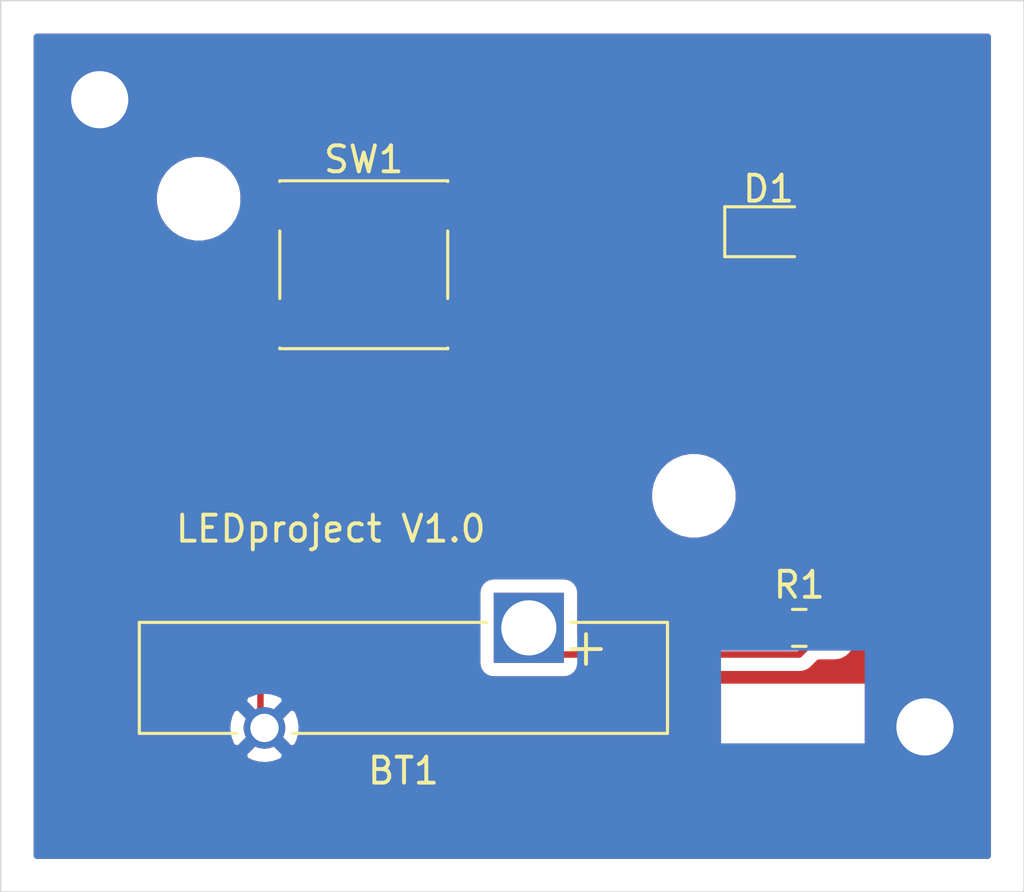
<source format=kicad_pcb>
(kicad_pcb (version 20171130) (host pcbnew 5.1.6-c6e7f7d~86~ubuntu18.04.1)

  (general
    (thickness 1.6)
    (drawings 7)
    (tracks 13)
    (zones 0)
    (modules 6)
    (nets 5)
  )

  (page A4)
  (layers
    (0 F.Cu signal)
    (31 B.Cu signal)
    (32 B.Adhes user)
    (33 F.Adhes user)
    (34 B.Paste user)
    (35 F.Paste user)
    (36 B.SilkS user)
    (37 F.SilkS user)
    (38 B.Mask user)
    (39 F.Mask user)
    (40 Dwgs.User user)
    (41 Cmts.User user)
    (42 Eco1.User user)
    (43 Eco2.User user)
    (44 Edge.Cuts user)
    (45 Margin user)
    (46 B.CrtYd user)
    (47 F.CrtYd user)
    (48 B.Fab user)
    (49 F.Fab user)
  )

  (setup
    (last_trace_width 0.25)
    (trace_clearance 0.2)
    (zone_clearance 0.508)
    (zone_45_only no)
    (trace_min 0.2)
    (via_size 0.8)
    (via_drill 0.4)
    (via_min_size 0.4)
    (via_min_drill 0.3)
    (uvia_size 0.3)
    (uvia_drill 0.1)
    (uvias_allowed no)
    (uvia_min_size 0.2)
    (uvia_min_drill 0.1)
    (edge_width 0.05)
    (segment_width 0.2)
    (pcb_text_width 0.3)
    (pcb_text_size 1.5 1.5)
    (mod_edge_width 0.12)
    (mod_text_size 1 1)
    (mod_text_width 0.15)
    (pad_size 1.524 1.524)
    (pad_drill 0.762)
    (pad_to_mask_clearance 0.05)
    (aux_axis_origin 0 0)
    (visible_elements FFFFF77F)
    (pcbplotparams
      (layerselection 0x010fc_ffffffff)
      (usegerberextensions false)
      (usegerberattributes true)
      (usegerberadvancedattributes true)
      (creategerberjobfile true)
      (excludeedgelayer true)
      (linewidth 0.100000)
      (plotframeref false)
      (viasonmask false)
      (mode 1)
      (useauxorigin false)
      (hpglpennumber 1)
      (hpglpenspeed 20)
      (hpglpendiameter 15.000000)
      (psnegative false)
      (psa4output false)
      (plotreference true)
      (plotvalue true)
      (plotinvisibletext false)
      (padsonsilk false)
      (subtractmaskfromsilk false)
      (outputformat 1)
      (mirror false)
      (drillshape 1)
      (scaleselection 1)
      (outputdirectory ""))
  )

  (net 0 "")
  (net 1 GND)
  (net 2 +5V)
  (net 3 "Net-(D1-Pad2)")
  (net 4 "Net-(D1-Pad1)")

  (net_class Default "This is the default net class."
    (clearance 0.2)
    (trace_width 0.25)
    (via_dia 0.8)
    (via_drill 0.4)
    (uvia_dia 0.3)
    (uvia_drill 0.1)
    (add_net +5V)
    (add_net GND)
    (add_net "Net-(D1-Pad1)")
    (add_net "Net-(D1-Pad2)")
  )

  (module Battery:Battery_Panasonic_CR2032-VS1N_Vertical_CircularHoles (layer F.Cu) (tedit 5C857839) (tstamp 5EEE4434)
    (at 132.08 82.55 180)
    (descr "Panasonic CR-2032/VS1N battery, https://industrial.panasonic.com/cdbs/www-data/pdf2/AAA4000/AAA4000D140.pdf")
    (tags "battery CR-2032 coin cell vertical")
    (path /5EEE54AC)
    (fp_text reference BT1 (at 4.825 -5.5) (layer F.SilkS)
      (effects (font (size 1 1) (thickness 0.15)))
    )
    (fp_text value Battery (at -1.27 -6.35) (layer F.Fab)
      (effects (font (size 1 1) (thickness 0.15)))
    )
    (fp_text user + (at -2.2 -0.7) (layer F.SilkS)
      (effects (font (size 1.5 1.5) (thickness 0.15)))
    )
    (fp_text user %R (at 12.7 -6.35 180) (layer F.Fab) hide
      (effects (font (size 1 1) (thickness 0.15)))
    )
    (fp_line (start -5.225 -3.95) (end 14.875 -3.95) (layer F.Fab) (width 0.1))
    (fp_line (start 14.875 -3.95) (end 14.875 0.1) (layer F.Fab) (width 0.1))
    (fp_line (start -5.225 -3.95) (end -5.225 0.1) (layer F.Fab) (width 0.1))
    (fp_line (start -5.225 0.1) (end 14.875 0.1) (layer F.Fab) (width 0.1))
    (fp_line (start -5.335 -4.06) (end 9.11 -4.06) (layer F.SilkS) (width 0.12))
    (fp_line (start 11.23 -4.06) (end 14.985 -4.06) (layer F.SilkS) (width 0.12))
    (fp_line (start 14.985 -4.06) (end 14.985 0.21) (layer F.SilkS) (width 0.12))
    (fp_line (start -5.335 -4.06) (end -5.335 0.21) (layer F.SilkS) (width 0.12))
    (fp_line (start -5.335 0.21) (end -1.61 0.21) (layer F.SilkS) (width 0.12))
    (fp_line (start 1.61 0.21) (end 14.985 0.21) (layer F.SilkS) (width 0.12))
    (fp_line (start -5.48 -4.78) (end -5.48 1.45) (layer F.CrtYd) (width 0.05))
    (fp_line (start -5.48 1.45) (end 15.13 1.45) (layer F.CrtYd) (width 0.05))
    (fp_line (start -5.48 -4.78) (end 15.13 -4.78) (layer F.CrtYd) (width 0.05))
    (fp_line (start 15.13 -4.78) (end 15.13 1.45) (layer F.CrtYd) (width 0.05))
    (pad 2 thru_hole circle (at 10.17 -3.85 180) (size 1.6 1.6) (drill 1.09) (layers *.Cu *.Mask)
      (net 1 GND))
    (pad 1 thru_hole rect (at 0 0 270) (size 2.7 2.7) (drill 2.12) (layers *.Cu *.Mask)
      (net 2 +5V))
    (model ${KISYS3DMOD}/Battery.3dshapes/Battery_Panasonic_CR2032-VS1N_Vertical_CircularHoles.wrl
      (at (xyz 0 0 0))
      (scale (xyz 1 1 1))
      (rotate (xyz 0 0 0))
    )
  )

  (module MountingHole:MountingHole_2.2mm_M2_DIN965 (layer F.Cu) (tedit 56D1B4CB) (tstamp 5EEEB0C5)
    (at 147.32 86.36)
    (descr "Mounting Hole 2.2mm, no annular, M2, DIN965")
    (tags "mounting hole 2.2mm no annular m2 din965")
    (attr virtual)
    (fp_text reference REF** (at 0 -2.9) (layer F.SilkS) hide
      (effects (font (size 1 1) (thickness 0.15)))
    )
    (fp_text value MountingHole_2.2mm_M2_DIN965 (at 2.54 2.54) (layer F.Fab) hide
      (effects (font (size 1 1) (thickness 0.15)))
    )
    (fp_text user %R (at 0.3 0) (layer F.Fab) hide
      (effects (font (size 1 1) (thickness 0.15)))
    )
    (fp_circle (center 0 0) (end 1.9 0) (layer Cmts.User) (width 0.15))
    (fp_circle (center 0 0) (end 2.15 0) (layer F.CrtYd) (width 0.05))
    (pad 1 np_thru_hole circle (at 0 0) (size 2.2 2.2) (drill 2.2) (layers *.Cu *.Mask))
  )

  (module MountingHole:MountingHole_2.2mm_M2_DIN965 (layer F.Cu) (tedit 56D1B4CB) (tstamp 5EEEB058)
    (at 115.57 62.23)
    (descr "Mounting Hole 2.2mm, no annular, M2, DIN965")
    (tags "mounting hole 2.2mm no annular m2 din965")
    (attr virtual)
    (fp_text reference REF** (at -1.27 -5.08) (layer F.SilkS) hide
      (effects (font (size 1 1) (thickness 0.15)))
    )
    (fp_text value MountingHole_2.2mm_M2_DIN965 (at 0 2.9) (layer F.Fab) hide
      (effects (font (size 1 1) (thickness 0.15)))
    )
    (fp_text user %R (at -2.54 0) (layer F.Fab) hide
      (effects (font (size 1 1) (thickness 0.15)))
    )
    (fp_circle (center 0 0) (end 1.9 0) (layer Cmts.User) (width 0.15))
    (fp_circle (center 0 0) (end 2.15 0) (layer F.CrtYd) (width 0.05))
    (pad 1 np_thru_hole circle (at 0 0) (size 2.2 2.2) (drill 2.2) (layers *.Cu *.Mask))
  )

  (module Button_Switch_SMD:SW_Push_1P1T_NO_6x6mm_H9.5mm (layer F.Cu) (tedit 5CA1CA7F) (tstamp 5EEE4472)
    (at 125.73 68.58)
    (descr "tactile push button, 6x6mm e.g. PTS645xx series, height=9.5mm")
    (tags "tact sw push 6mm smd")
    (path /5EEE6826)
    (attr smd)
    (fp_text reference SW1 (at 0 -4.05) (layer F.SilkS)
      (effects (font (size 1 1) (thickness 0.15)))
    )
    (fp_text value SW_Push (at 0 4.15) (layer F.Fab)
      (effects (font (size 1 1) (thickness 0.15)))
    )
    (fp_text user %R (at 0 -4.05) (layer F.Fab)
      (effects (font (size 1 1) (thickness 0.15)))
    )
    (fp_line (start -3 -3) (end -3 3) (layer F.Fab) (width 0.1))
    (fp_line (start -3 3) (end 3 3) (layer F.Fab) (width 0.1))
    (fp_line (start 3 3) (end 3 -3) (layer F.Fab) (width 0.1))
    (fp_line (start 3 -3) (end -3 -3) (layer F.Fab) (width 0.1))
    (fp_line (start 5 3.25) (end 5 -3.25) (layer F.CrtYd) (width 0.05))
    (fp_line (start -5 -3.25) (end -5 3.25) (layer F.CrtYd) (width 0.05))
    (fp_line (start -5 3.25) (end 5 3.25) (layer F.CrtYd) (width 0.05))
    (fp_line (start -5 -3.25) (end 5 -3.25) (layer F.CrtYd) (width 0.05))
    (fp_line (start 3.23 -3.23) (end 3.23 -3.2) (layer F.SilkS) (width 0.12))
    (fp_line (start 3.23 3.23) (end 3.23 3.2) (layer F.SilkS) (width 0.12))
    (fp_line (start -3.23 3.23) (end -3.23 3.2) (layer F.SilkS) (width 0.12))
    (fp_line (start -3.23 -3.2) (end -3.23 -3.23) (layer F.SilkS) (width 0.12))
    (fp_line (start 3.23 -1.3) (end 3.23 1.3) (layer F.SilkS) (width 0.12))
    (fp_line (start -3.23 -3.23) (end 3.23 -3.23) (layer F.SilkS) (width 0.12))
    (fp_line (start -3.23 -1.3) (end -3.23 1.3) (layer F.SilkS) (width 0.12))
    (fp_line (start -3.23 3.23) (end 3.23 3.23) (layer F.SilkS) (width 0.12))
    (fp_circle (center 0 0) (end 1.75 -0.05) (layer F.Fab) (width 0.1))
    (pad 2 smd rect (at 3.975 2.25) (size 1.55 1.3) (layers F.Cu F.Paste F.Mask)
      (net 1 GND))
    (pad 1 smd rect (at 3.975 -2.25) (size 1.55 1.3) (layers F.Cu F.Paste F.Mask)
      (net 4 "Net-(D1-Pad1)"))
    (pad 1 smd rect (at -3.975 -2.25) (size 1.55 1.3) (layers F.Cu F.Paste F.Mask)
      (net 4 "Net-(D1-Pad1)"))
    (pad 2 smd rect (at -3.975 2.25) (size 1.55 1.3) (layers F.Cu F.Paste F.Mask)
      (net 1 GND))
    (model ${KISYS3DMOD}/Button_Switch_SMD.3dshapes/SW_PUSH_6mm_H9.5mm.wrl
      (at (xyz 0 0 0))
      (scale (xyz 1 1 1))
      (rotate (xyz 0 0 0))
    )
  )

  (module Resistor_SMD:R_0805_2012Metric_Pad1.15x1.40mm_HandSolder (layer F.Cu) (tedit 5B36C52B) (tstamp 5EEE4458)
    (at 142.485 82.55)
    (descr "Resistor SMD 0805 (2012 Metric), square (rectangular) end terminal, IPC_7351 nominal with elongated pad for handsoldering. (Body size source: https://docs.google.com/spreadsheets/d/1BsfQQcO9C6DZCsRaXUlFlo91Tg2WpOkGARC1WS5S8t0/edit?usp=sharing), generated with kicad-footprint-generator")
    (tags "resistor handsolder")
    (path /5EEE3BB5)
    (attr smd)
    (fp_text reference R1 (at 0 -1.65) (layer F.SilkS)
      (effects (font (size 1 1) (thickness 0.15)))
    )
    (fp_text value 1k (at -0.245 2.54) (layer F.Fab) hide
      (effects (font (size 1 1) (thickness 0.15)))
    )
    (fp_line (start 1.85 0.95) (end -1.85 0.95) (layer F.CrtYd) (width 0.05))
    (fp_line (start 1.85 -0.95) (end 1.85 0.95) (layer F.CrtYd) (width 0.05))
    (fp_line (start -1.85 -0.95) (end 1.85 -0.95) (layer F.CrtYd) (width 0.05))
    (fp_line (start -1.85 0.95) (end -1.85 -0.95) (layer F.CrtYd) (width 0.05))
    (fp_line (start -0.261252 0.71) (end 0.261252 0.71) (layer F.SilkS) (width 0.12))
    (fp_line (start -0.261252 -0.71) (end 0.261252 -0.71) (layer F.SilkS) (width 0.12))
    (fp_line (start 1 0.6) (end -1 0.6) (layer F.Fab) (width 0.1))
    (fp_line (start 1 -0.6) (end 1 0.6) (layer F.Fab) (width 0.1))
    (fp_line (start -1 -0.6) (end 1 -0.6) (layer F.Fab) (width 0.1))
    (fp_line (start -1 0.6) (end -1 -0.6) (layer F.Fab) (width 0.1))
    (fp_text user %R (at 0 0) (layer F.Fab)
      (effects (font (size 0.5 0.5) (thickness 0.08)))
    )
    (pad 1 smd roundrect (at -1.025 0) (size 1.15 1.4) (layers F.Cu F.Paste F.Mask) (roundrect_rratio 0.217391)
      (net 3 "Net-(D1-Pad2)"))
    (pad 2 smd roundrect (at 1.025 0) (size 1.15 1.4) (layers F.Cu F.Paste F.Mask) (roundrect_rratio 0.217391)
      (net 2 +5V))
    (model ${KISYS3DMOD}/Resistor_SMD.3dshapes/R_0805_2012Metric.wrl
      (at (xyz 0 0 0))
      (scale (xyz 1 1 1))
      (rotate (xyz 0 0 0))
    )
  )

  (module LED_SMD:LED_0805_2012Metric (layer F.Cu) (tedit 5B36C52C) (tstamp 5EEE4447)
    (at 141.3025 67.31)
    (descr "LED SMD 0805 (2012 Metric), square (rectangular) end terminal, IPC_7351 nominal, (Body size source: https://docs.google.com/spreadsheets/d/1BsfQQcO9C6DZCsRaXUlFlo91Tg2WpOkGARC1WS5S8t0/edit?usp=sharing), generated with kicad-footprint-generator")
    (tags diode)
    (path /5EEE4E42)
    (attr smd)
    (fp_text reference D1 (at 0 -1.65) (layer F.SilkS)
      (effects (font (size 1 1) (thickness 0.15)))
    )
    (fp_text value LED (at 0 1.65) (layer F.Fab)
      (effects (font (size 1 1) (thickness 0.15)))
    )
    (fp_line (start 1.68 0.95) (end -1.68 0.95) (layer F.CrtYd) (width 0.05))
    (fp_line (start 1.68 -0.95) (end 1.68 0.95) (layer F.CrtYd) (width 0.05))
    (fp_line (start -1.68 -0.95) (end 1.68 -0.95) (layer F.CrtYd) (width 0.05))
    (fp_line (start -1.68 0.95) (end -1.68 -0.95) (layer F.CrtYd) (width 0.05))
    (fp_line (start -1.685 0.96) (end 1 0.96) (layer F.SilkS) (width 0.12))
    (fp_line (start -1.685 -0.96) (end -1.685 0.96) (layer F.SilkS) (width 0.12))
    (fp_line (start 1 -0.96) (end -1.685 -0.96) (layer F.SilkS) (width 0.12))
    (fp_line (start 1 0.6) (end 1 -0.6) (layer F.Fab) (width 0.1))
    (fp_line (start -1 0.6) (end 1 0.6) (layer F.Fab) (width 0.1))
    (fp_line (start -1 -0.3) (end -1 0.6) (layer F.Fab) (width 0.1))
    (fp_line (start -0.7 -0.6) (end -1 -0.3) (layer F.Fab) (width 0.1))
    (fp_line (start 1 -0.6) (end -0.7 -0.6) (layer F.Fab) (width 0.1))
    (fp_text user %R (at 2.2075 0) (layer F.Fab)
      (effects (font (size 0.5 0.5) (thickness 0.08)))
    )
    (pad 1 smd roundrect (at -0.9375 0) (size 0.975 1.4) (layers F.Cu F.Paste F.Mask) (roundrect_rratio 0.25)
      (net 4 "Net-(D1-Pad1)"))
    (pad 2 smd roundrect (at 0.9375 0) (size 0.975 1.4) (layers F.Cu F.Paste F.Mask) (roundrect_rratio 0.25)
      (net 3 "Net-(D1-Pad2)"))
    (model ${KISYS3DMOD}/LED_SMD.3dshapes/LED_0805_2012Metric.wrl
      (at (xyz 0 0 0))
      (scale (xyz 1 1 1))
      (rotate (xyz 0 0 0))
    )
  )

  (gr_line (start 111.76 92.71) (end 111.76 58.42) (layer Edge.Cuts) (width 0.05) (tstamp 5EEEB159))
  (gr_line (start 151.13 92.71) (end 111.76 92.71) (layer Edge.Cuts) (width 0.05))
  (gr_line (start 151.13 58.42) (end 151.13 92.71) (layer Edge.Cuts) (width 0.05))
  (gr_line (start 111.76 58.42) (end 151.13 58.42) (layer Edge.Cuts) (width 0.05))
  (gr_text BOT (at 147.32 88.9) (layer B.Cu)
    (effects (font (size 1.5 1.5) (thickness 0.3)) (justify mirror))
  )
  (gr_text "TOP\n" (at 147.32 90.17) (layer F.Cu)
    (effects (font (size 1.5 1.5) (thickness 0.3)))
  )
  (gr_text "LEDproject V1.0" (at 124.46 78.74) (layer F.SilkS)
    (effects (font (size 1 1) (thickness 0.15)))
  )

  (segment (start 129.705 70.83) (end 122.21 70.83) (width 0.25) (layer F.Cu) (net 1))
  (segment (start 122.21 70.83) (end 121.755 70.83) (width 0.25) (layer F.Cu) (net 1))
  (segment (start 121.755 86.245) (end 121.91 86.4) (width 0.25) (layer F.Cu) (net 1))
  (segment (start 121.755 70.83) (end 121.755 86.245) (width 0.25) (layer F.Cu) (net 1))
  (segment (start 142.48499 83.57501) (end 143.51 82.55) (width 0.25) (layer F.Cu) (net 2))
  (segment (start 133.10501 83.57501) (end 142.48499 83.57501) (width 0.25) (layer F.Cu) (net 2))
  (segment (start 132.08 82.55) (end 133.10501 83.57501) (width 0.25) (layer F.Cu) (net 2))
  (segment (start 142.24 81.77) (end 141.46 82.55) (width 0.25) (layer F.Cu) (net 3))
  (segment (start 142.24 67.31) (end 142.24 81.77) (width 0.25) (layer F.Cu) (net 3))
  (segment (start 129.705 66.33) (end 121.755 66.33) (width 0.25) (layer F.Cu) (net 4))
  (segment (start 140.365 67.31) (end 140.97 67.31) (width 0.25) (layer F.Cu) (net 4))
  (segment (start 139.385 66.33) (end 140.365 67.31) (width 0.25) (layer F.Cu) (net 4))
  (segment (start 129.705 66.33) (end 139.385 66.33) (width 0.25) (layer F.Cu) (net 4))

  (zone (net 1) (net_name GND) (layer F.Cu) (tstamp 0) (hatch edge 0.508)
    (connect_pads (clearance 0.508))
    (min_thickness 0.254)
    (fill yes (arc_segments 32) (thermal_gap 0.508) (thermal_bridge_width 0.508))
    (polygon
      (pts
        (xy 149.86 91.44) (xy 113.03 91.44) (xy 113.03 59.69) (xy 149.86 59.69)
      )
    )
    (filled_polygon
      (pts
        (xy 149.733 91.313) (xy 113.157 91.313) (xy 113.157 87.392702) (xy 121.096903 87.392702) (xy 121.168486 87.636671)
        (xy 121.423996 87.757571) (xy 121.698184 87.8263) (xy 121.980512 87.840217) (xy 122.26013 87.798787) (xy 122.526292 87.703603)
        (xy 122.651514 87.636671) (xy 122.723097 87.392702) (xy 121.91 86.579605) (xy 121.096903 87.392702) (xy 113.157 87.392702)
        (xy 113.157 86.470512) (xy 120.469783 86.470512) (xy 120.511213 86.75013) (xy 120.606397 87.016292) (xy 120.673329 87.141514)
        (xy 120.917298 87.213097) (xy 121.730395 86.4) (xy 122.089605 86.4) (xy 122.902702 87.213097) (xy 123.146671 87.141514)
        (xy 123.267571 86.886004) (xy 123.3363 86.611816) (xy 123.350217 86.329488) (xy 123.308787 86.04987) (xy 123.213603 85.783708)
        (xy 123.146671 85.658486) (xy 122.902702 85.586903) (xy 122.089605 86.4) (xy 121.730395 86.4) (xy 120.917298 85.586903)
        (xy 120.673329 85.658486) (xy 120.552429 85.913996) (xy 120.4837 86.188184) (xy 120.469783 86.470512) (xy 113.157 86.470512)
        (xy 113.157 85.407298) (xy 121.096903 85.407298) (xy 121.91 86.220395) (xy 122.723097 85.407298) (xy 122.651514 85.163329)
        (xy 122.396004 85.042429) (xy 122.121816 84.9737) (xy 121.839488 84.959783) (xy 121.55987 85.001213) (xy 121.293708 85.096397)
        (xy 121.168486 85.163329) (xy 121.096903 85.407298) (xy 113.157 85.407298) (xy 113.157 84.57) (xy 139.347857 84.57)
        (xy 139.347857 88.39) (xy 145.132143 88.39) (xy 145.132143 84.57) (xy 139.347857 84.57) (xy 113.157 84.57)
        (xy 113.157 77.299117) (xy 136.695 77.299117) (xy 136.695 77.640883) (xy 136.761675 77.976081) (xy 136.892463 78.291831)
        (xy 137.082337 78.575998) (xy 137.324002 78.817663) (xy 137.608169 79.007537) (xy 137.923919 79.138325) (xy 138.259117 79.205)
        (xy 138.600883 79.205) (xy 138.936081 79.138325) (xy 139.251831 79.007537) (xy 139.535998 78.817663) (xy 139.777663 78.575998)
        (xy 139.967537 78.291831) (xy 140.098325 77.976081) (xy 140.165 77.640883) (xy 140.165 77.299117) (xy 140.098325 76.963919)
        (xy 139.967537 76.648169) (xy 139.777663 76.364002) (xy 139.535998 76.122337) (xy 139.251831 75.932463) (xy 138.936081 75.801675)
        (xy 138.600883 75.735) (xy 138.259117 75.735) (xy 137.923919 75.801675) (xy 137.608169 75.932463) (xy 137.324002 76.122337)
        (xy 137.082337 76.364002) (xy 136.892463 76.648169) (xy 136.761675 76.963919) (xy 136.695 77.299117) (xy 113.157 77.299117)
        (xy 113.157 71.48) (xy 120.341928 71.48) (xy 120.354188 71.604482) (xy 120.390498 71.72418) (xy 120.449463 71.834494)
        (xy 120.528815 71.931185) (xy 120.625506 72.010537) (xy 120.73582 72.069502) (xy 120.855518 72.105812) (xy 120.98 72.118072)
        (xy 121.46925 72.115) (xy 121.628 71.95625) (xy 121.628 70.957) (xy 121.882 70.957) (xy 121.882 71.95625)
        (xy 122.04075 72.115) (xy 122.53 72.118072) (xy 122.654482 72.105812) (xy 122.77418 72.069502) (xy 122.884494 72.010537)
        (xy 122.981185 71.931185) (xy 123.060537 71.834494) (xy 123.119502 71.72418) (xy 123.155812 71.604482) (xy 123.168072 71.48)
        (xy 128.291928 71.48) (xy 128.304188 71.604482) (xy 128.340498 71.72418) (xy 128.399463 71.834494) (xy 128.478815 71.931185)
        (xy 128.575506 72.010537) (xy 128.68582 72.069502) (xy 128.805518 72.105812) (xy 128.93 72.118072) (xy 129.41925 72.115)
        (xy 129.578 71.95625) (xy 129.578 70.957) (xy 129.832 70.957) (xy 129.832 71.95625) (xy 129.99075 72.115)
        (xy 130.48 72.118072) (xy 130.604482 72.105812) (xy 130.72418 72.069502) (xy 130.834494 72.010537) (xy 130.931185 71.931185)
        (xy 131.010537 71.834494) (xy 131.069502 71.72418) (xy 131.105812 71.604482) (xy 131.118072 71.48) (xy 131.115 71.11575)
        (xy 130.95625 70.957) (xy 129.832 70.957) (xy 129.578 70.957) (xy 128.45375 70.957) (xy 128.295 71.11575)
        (xy 128.291928 71.48) (xy 123.168072 71.48) (xy 123.165 71.11575) (xy 123.00625 70.957) (xy 121.882 70.957)
        (xy 121.628 70.957) (xy 120.50375 70.957) (xy 120.345 71.11575) (xy 120.341928 71.48) (xy 113.157 71.48)
        (xy 113.157 70.18) (xy 120.341928 70.18) (xy 120.345 70.54425) (xy 120.50375 70.703) (xy 121.628 70.703)
        (xy 121.628 69.70375) (xy 121.882 69.70375) (xy 121.882 70.703) (xy 123.00625 70.703) (xy 123.165 70.54425)
        (xy 123.168072 70.18) (xy 128.291928 70.18) (xy 128.295 70.54425) (xy 128.45375 70.703) (xy 129.578 70.703)
        (xy 129.578 69.70375) (xy 129.832 69.70375) (xy 129.832 70.703) (xy 130.95625 70.703) (xy 131.115 70.54425)
        (xy 131.118072 70.18) (xy 131.105812 70.055518) (xy 131.069502 69.93582) (xy 131.010537 69.825506) (xy 130.931185 69.728815)
        (xy 130.834494 69.649463) (xy 130.72418 69.590498) (xy 130.604482 69.554188) (xy 130.48 69.541928) (xy 129.99075 69.545)
        (xy 129.832 69.70375) (xy 129.578 69.70375) (xy 129.41925 69.545) (xy 128.93 69.541928) (xy 128.805518 69.554188)
        (xy 128.68582 69.590498) (xy 128.575506 69.649463) (xy 128.478815 69.728815) (xy 128.399463 69.825506) (xy 128.340498 69.93582)
        (xy 128.304188 70.055518) (xy 128.291928 70.18) (xy 123.168072 70.18) (xy 123.155812 70.055518) (xy 123.119502 69.93582)
        (xy 123.060537 69.825506) (xy 122.981185 69.728815) (xy 122.884494 69.649463) (xy 122.77418 69.590498) (xy 122.654482 69.554188)
        (xy 122.53 69.541928) (xy 122.04075 69.545) (xy 121.882 69.70375) (xy 121.628 69.70375) (xy 121.46925 69.545)
        (xy 120.98 69.541928) (xy 120.855518 69.554188) (xy 120.73582 69.590498) (xy 120.625506 69.649463) (xy 120.528815 69.728815)
        (xy 120.449463 69.825506) (xy 120.390498 69.93582) (xy 120.354188 70.055518) (xy 120.341928 70.18) (xy 113.157 70.18)
        (xy 113.157 65.869117) (xy 117.645 65.869117) (xy 117.645 66.210883) (xy 117.711675 66.546081) (xy 117.842463 66.861831)
        (xy 118.032337 67.145998) (xy 118.274002 67.387663) (xy 118.558169 67.577537) (xy 118.873919 67.708325) (xy 119.209117 67.775)
        (xy 119.550883 67.775) (xy 119.886081 67.708325) (xy 120.201831 67.577537) (xy 120.485998 67.387663) (xy 120.489897 67.383764)
        (xy 120.528815 67.431185) (xy 120.625506 67.510537) (xy 120.73582 67.569502) (xy 120.855518 67.605812) (xy 120.98 67.618072)
        (xy 122.53 67.618072) (xy 122.654482 67.605812) (xy 122.77418 67.569502) (xy 122.884494 67.510537) (xy 122.981185 67.431185)
        (xy 123.060537 67.334494) (xy 123.119502 67.22418) (xy 123.155812 67.104482) (xy 123.157238 67.09) (xy 128.302762 67.09)
        (xy 128.304188 67.104482) (xy 128.340498 67.22418) (xy 128.399463 67.334494) (xy 128.478815 67.431185) (xy 128.575506 67.510537)
        (xy 128.68582 67.569502) (xy 128.805518 67.605812) (xy 128.93 67.618072) (xy 130.48 67.618072) (xy 130.604482 67.605812)
        (xy 130.72418 67.569502) (xy 130.834494 67.510537) (xy 130.931185 67.431185) (xy 131.010537 67.334494) (xy 131.069502 67.22418)
        (xy 131.105812 67.104482) (xy 131.107238 67.09) (xy 139.070199 67.09) (xy 139.239428 67.259229) (xy 139.239428 67.76625)
        (xy 139.256372 67.938285) (xy 139.306553 68.103709) (xy 139.388042 68.256164) (xy 139.497708 68.389792) (xy 139.631336 68.499458)
        (xy 139.783791 68.580947) (xy 139.949215 68.631128) (xy 140.12125 68.648072) (xy 140.60875 68.648072) (xy 140.780785 68.631128)
        (xy 140.946209 68.580947) (xy 141.098664 68.499458) (xy 141.232292 68.389792) (xy 141.3025 68.304244) (xy 141.372708 68.389792)
        (xy 141.48 68.477845) (xy 141.480001 81.211928) (xy 141.134999 81.211928) (xy 140.961745 81.228992) (xy 140.795149 81.279528)
        (xy 140.641613 81.361595) (xy 140.507038 81.472038) (xy 140.396595 81.606613) (xy 140.314528 81.760149) (xy 140.263992 81.926745)
        (xy 140.246928 82.099999) (xy 140.246928 82.81501) (xy 134.068072 82.81501) (xy 134.068072 81.2) (xy 134.055812 81.075518)
        (xy 134.019502 80.95582) (xy 133.960537 80.845506) (xy 133.881185 80.748815) (xy 133.784494 80.669463) (xy 133.67418 80.610498)
        (xy 133.554482 80.574188) (xy 133.43 80.561928) (xy 130.73 80.561928) (xy 130.605518 80.574188) (xy 130.48582 80.610498)
        (xy 130.375506 80.669463) (xy 130.278815 80.748815) (xy 130.199463 80.845506) (xy 130.140498 80.95582) (xy 130.104188 81.075518)
        (xy 130.091928 81.2) (xy 130.091928 83.9) (xy 130.104188 84.024482) (xy 130.140498 84.14418) (xy 130.199463 84.254494)
        (xy 130.278815 84.351185) (xy 130.375506 84.430537) (xy 130.48582 84.489502) (xy 130.605518 84.525812) (xy 130.73 84.538072)
        (xy 133.43 84.538072) (xy 133.554482 84.525812) (xy 133.67418 84.489502) (xy 133.784494 84.430537) (xy 133.881185 84.351185)
        (xy 133.894459 84.33501) (xy 142.447668 84.33501) (xy 142.48499 84.338686) (xy 142.522312 84.33501) (xy 142.522323 84.33501)
        (xy 142.633976 84.324013) (xy 142.777237 84.280556) (xy 142.909266 84.209984) (xy 143.024991 84.115011) (xy 143.048794 84.086008)
        (xy 143.246729 83.888072) (xy 143.835001 83.888072) (xy 144.008255 83.871008) (xy 144.174851 83.820472) (xy 144.328387 83.738405)
        (xy 144.462962 83.627962) (xy 144.573405 83.493387) (xy 144.655472 83.339851) (xy 144.706008 83.173255) (xy 144.723072 83.000001)
        (xy 144.723072 82.099999) (xy 144.706008 81.926745) (xy 144.655472 81.760149) (xy 144.573405 81.606613) (xy 144.462962 81.472038)
        (xy 144.328387 81.361595) (xy 144.174851 81.279528) (xy 144.008255 81.228992) (xy 143.835001 81.211928) (xy 143.184999 81.211928)
        (xy 143.011745 81.228992) (xy 143 81.232555) (xy 143 68.477845) (xy 143.107292 68.389792) (xy 143.216958 68.256164)
        (xy 143.298447 68.103709) (xy 143.348628 67.938285) (xy 143.365572 67.76625) (xy 143.365572 66.85375) (xy 143.348628 66.681715)
        (xy 143.298447 66.516291) (xy 143.216958 66.363836) (xy 143.107292 66.230208) (xy 142.973664 66.120542) (xy 142.821209 66.039053)
        (xy 142.655785 65.988872) (xy 142.48375 65.971928) (xy 141.99625 65.971928) (xy 141.824215 65.988872) (xy 141.658791 66.039053)
        (xy 141.506336 66.120542) (xy 141.372708 66.230208) (xy 141.3025 66.315756) (xy 141.232292 66.230208) (xy 141.098664 66.120542)
        (xy 140.946209 66.039053) (xy 140.780785 65.988872) (xy 140.60875 65.971928) (xy 140.12125 65.971928) (xy 140.103479 65.973678)
        (xy 139.948804 65.819002) (xy 139.925001 65.789999) (xy 139.809276 65.695026) (xy 139.677247 65.624454) (xy 139.533986 65.580997)
        (xy 139.422333 65.57) (xy 139.422322 65.57) (xy 139.385 65.566324) (xy 139.347678 65.57) (xy 131.107238 65.57)
        (xy 131.105812 65.555518) (xy 131.069502 65.43582) (xy 131.010537 65.325506) (xy 130.931185 65.228815) (xy 130.834494 65.149463)
        (xy 130.72418 65.090498) (xy 130.604482 65.054188) (xy 130.48 65.041928) (xy 128.93 65.041928) (xy 128.805518 65.054188)
        (xy 128.68582 65.090498) (xy 128.575506 65.149463) (xy 128.478815 65.228815) (xy 128.399463 65.325506) (xy 128.340498 65.43582)
        (xy 128.304188 65.555518) (xy 128.302762 65.57) (xy 123.157238 65.57) (xy 123.155812 65.555518) (xy 123.119502 65.43582)
        (xy 123.060537 65.325506) (xy 122.981185 65.228815) (xy 122.884494 65.149463) (xy 122.77418 65.090498) (xy 122.654482 65.054188)
        (xy 122.53 65.041928) (xy 120.98 65.041928) (xy 120.855518 65.054188) (xy 120.815982 65.066181) (xy 120.727663 64.934002)
        (xy 120.485998 64.692337) (xy 120.201831 64.502463) (xy 119.886081 64.371675) (xy 119.550883 64.305) (xy 119.209117 64.305)
        (xy 118.873919 64.371675) (xy 118.558169 64.502463) (xy 118.274002 64.692337) (xy 118.032337 64.934002) (xy 117.842463 65.218169)
        (xy 117.711675 65.533919) (xy 117.645 65.869117) (xy 113.157 65.869117) (xy 113.157 59.817) (xy 149.733 59.817)
      )
    )
  )
  (zone (net 1) (net_name GND) (layer B.Cu) (tstamp 0) (hatch edge 0.508)
    (connect_pads (clearance 0.508))
    (min_thickness 0.254)
    (fill yes (arc_segments 32) (thermal_gap 0.508) (thermal_bridge_width 0.508))
    (polygon
      (pts
        (xy 149.86 91.44) (xy 113.03 91.44) (xy 113.03 59.69) (xy 149.86 59.69)
      )
    )
    (filled_polygon
      (pts
        (xy 149.733 91.313) (xy 113.157 91.313) (xy 113.157 87.392702) (xy 121.096903 87.392702) (xy 121.168486 87.636671)
        (xy 121.423996 87.757571) (xy 121.698184 87.8263) (xy 121.980512 87.840217) (xy 122.26013 87.798787) (xy 122.526292 87.703603)
        (xy 122.651514 87.636671) (xy 122.723097 87.392702) (xy 121.91 86.579605) (xy 121.096903 87.392702) (xy 113.157 87.392702)
        (xy 113.157 86.470512) (xy 120.469783 86.470512) (xy 120.511213 86.75013) (xy 120.606397 87.016292) (xy 120.673329 87.141514)
        (xy 120.917298 87.213097) (xy 121.730395 86.4) (xy 122.089605 86.4) (xy 122.902702 87.213097) (xy 123.146671 87.141514)
        (xy 123.267571 86.886004) (xy 123.3363 86.611816) (xy 123.350217 86.329488) (xy 123.308787 86.04987) (xy 123.213603 85.783708)
        (xy 123.146671 85.658486) (xy 122.902702 85.586903) (xy 122.089605 86.4) (xy 121.730395 86.4) (xy 120.917298 85.586903)
        (xy 120.673329 85.658486) (xy 120.552429 85.913996) (xy 120.4837 86.188184) (xy 120.469783 86.470512) (xy 113.157 86.470512)
        (xy 113.157 85.407298) (xy 121.096903 85.407298) (xy 121.91 86.220395) (xy 122.723097 85.407298) (xy 122.651514 85.163329)
        (xy 122.396004 85.042429) (xy 122.121816 84.9737) (xy 121.839488 84.959783) (xy 121.55987 85.001213) (xy 121.293708 85.096397)
        (xy 121.168486 85.163329) (xy 121.096903 85.407298) (xy 113.157 85.407298) (xy 113.157 81.2) (xy 130.091928 81.2)
        (xy 130.091928 83.9) (xy 130.104188 84.024482) (xy 130.140498 84.14418) (xy 130.199463 84.254494) (xy 130.278815 84.351185)
        (xy 130.375506 84.430537) (xy 130.48582 84.489502) (xy 130.605518 84.525812) (xy 130.73 84.538072) (xy 133.43 84.538072)
        (xy 133.554482 84.525812) (xy 133.67418 84.489502) (xy 133.784494 84.430537) (xy 133.881185 84.351185) (xy 133.960537 84.254494)
        (xy 134.019502 84.14418) (xy 134.055812 84.024482) (xy 134.068072 83.9) (xy 134.068072 83.3) (xy 139.347857 83.3)
        (xy 139.347857 87.12) (xy 145.132143 87.12) (xy 145.132143 83.3) (xy 139.347857 83.3) (xy 134.068072 83.3)
        (xy 134.068072 81.2) (xy 134.055812 81.075518) (xy 134.019502 80.95582) (xy 133.960537 80.845506) (xy 133.881185 80.748815)
        (xy 133.784494 80.669463) (xy 133.67418 80.610498) (xy 133.554482 80.574188) (xy 133.43 80.561928) (xy 130.73 80.561928)
        (xy 130.605518 80.574188) (xy 130.48582 80.610498) (xy 130.375506 80.669463) (xy 130.278815 80.748815) (xy 130.199463 80.845506)
        (xy 130.140498 80.95582) (xy 130.104188 81.075518) (xy 130.091928 81.2) (xy 113.157 81.2) (xy 113.157 77.299117)
        (xy 136.695 77.299117) (xy 136.695 77.640883) (xy 136.761675 77.976081) (xy 136.892463 78.291831) (xy 137.082337 78.575998)
        (xy 137.324002 78.817663) (xy 137.608169 79.007537) (xy 137.923919 79.138325) (xy 138.259117 79.205) (xy 138.600883 79.205)
        (xy 138.936081 79.138325) (xy 139.251831 79.007537) (xy 139.535998 78.817663) (xy 139.777663 78.575998) (xy 139.967537 78.291831)
        (xy 140.098325 77.976081) (xy 140.165 77.640883) (xy 140.165 77.299117) (xy 140.098325 76.963919) (xy 139.967537 76.648169)
        (xy 139.777663 76.364002) (xy 139.535998 76.122337) (xy 139.251831 75.932463) (xy 138.936081 75.801675) (xy 138.600883 75.735)
        (xy 138.259117 75.735) (xy 137.923919 75.801675) (xy 137.608169 75.932463) (xy 137.324002 76.122337) (xy 137.082337 76.364002)
        (xy 136.892463 76.648169) (xy 136.761675 76.963919) (xy 136.695 77.299117) (xy 113.157 77.299117) (xy 113.157 65.869117)
        (xy 117.645 65.869117) (xy 117.645 66.210883) (xy 117.711675 66.546081) (xy 117.842463 66.861831) (xy 118.032337 67.145998)
        (xy 118.274002 67.387663) (xy 118.558169 67.577537) (xy 118.873919 67.708325) (xy 119.209117 67.775) (xy 119.550883 67.775)
        (xy 119.886081 67.708325) (xy 120.201831 67.577537) (xy 120.485998 67.387663) (xy 120.727663 67.145998) (xy 120.917537 66.861831)
        (xy 121.048325 66.546081) (xy 121.115 66.210883) (xy 121.115 65.869117) (xy 121.048325 65.533919) (xy 120.917537 65.218169)
        (xy 120.727663 64.934002) (xy 120.485998 64.692337) (xy 120.201831 64.502463) (xy 119.886081 64.371675) (xy 119.550883 64.305)
        (xy 119.209117 64.305) (xy 118.873919 64.371675) (xy 118.558169 64.502463) (xy 118.274002 64.692337) (xy 118.032337 64.934002)
        (xy 117.842463 65.218169) (xy 117.711675 65.533919) (xy 117.645 65.869117) (xy 113.157 65.869117) (xy 113.157 59.817)
        (xy 149.733 59.817)
      )
    )
  )
)

</source>
